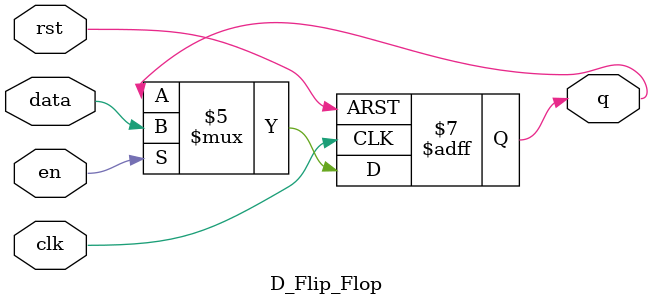
<source format=v>
module D_Flip_Flop(rst,en,data,clk,q);
output reg q;
input en,data,clk,rst;
 
always@(posedge clk or posedge rst)
	begin 
		if(rst == 1'b1)
	      	q <= 1'b0;
		else
		    if(en == 1'b0)
			       q <= q;
			   else
			    	 q <= data; 
		 			 
end
endmodule
</source>
